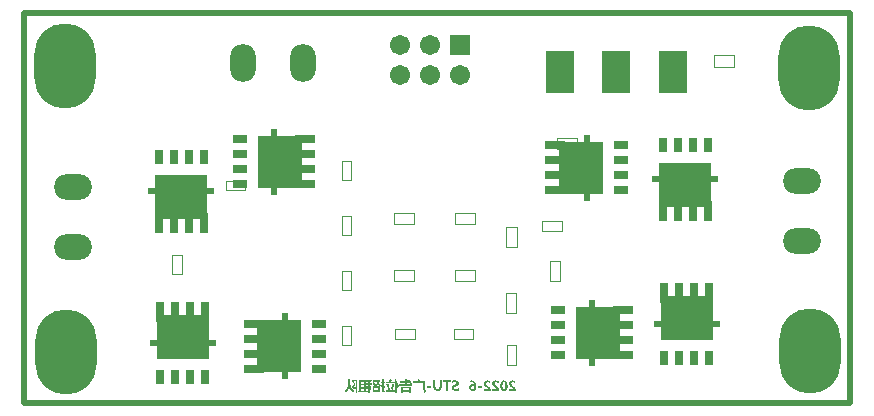
<source format=gbs>
G04*
G04 #@! TF.GenerationSoftware,Altium Limited,Altium Designer,20.0.13 (296)*
G04*
G04 Layer_Color=16711935*
%FSLAX24Y24*%
%MOIN*%
G70*
G01*
G75*
%ADD25C,0.0200*%
%ADD26C,0.0039*%
%ADD47O,0.2049X0.2836*%
%ADD48O,0.0867X0.1261*%
%ADD49R,0.0921X0.1433*%
%ADD50C,0.0671*%
%ADD51R,0.0671X0.0671*%
%ADD52O,0.1261X0.0867*%
%ADD79R,0.0513X0.0257*%
%ADD80R,0.0198X0.2245*%
%ADD81R,0.0710X0.0257*%
%ADD82R,0.1458X0.1753*%
%ADD83R,0.0257X0.0513*%
%ADD84R,0.2245X0.0198*%
%ADD85R,0.0257X0.0710*%
%ADD86R,0.1753X0.1458*%
G36*
X16294Y754D02*
X16304Y754D01*
X16323Y750D01*
X16332Y748D01*
X16340Y745D01*
X16348Y742D01*
X16355Y740D01*
X16362Y737D01*
X16367Y735D01*
X16372Y732D01*
X16377Y730D01*
X16380Y728D01*
X16382Y726D01*
X16384Y726D01*
X16384Y725D01*
Y661D01*
X16377Y668D01*
X16369Y673D01*
X16362Y678D01*
X16354Y682D01*
X16347Y685D01*
X16340Y688D01*
X16327Y692D01*
X16322Y694D01*
X16316Y695D01*
X16312Y696D01*
X16308Y696D01*
X16305Y697D01*
X16300D01*
X16291Y696D01*
X16283Y695D01*
X16277Y692D01*
X16271Y690D01*
X16266Y686D01*
X16262Y682D01*
X16258Y678D01*
X16256Y674D01*
X16254Y670D01*
X16252Y665D01*
X16250Y658D01*
Y655D01*
X16250Y653D01*
Y651D01*
Y651D01*
X16250Y643D01*
X16252Y635D01*
X16254Y628D01*
X16256Y622D01*
X16258Y617D01*
X16261Y613D01*
X16262Y611D01*
X16263Y610D01*
X16268Y603D01*
X16276Y595D01*
X16283Y588D01*
X16291Y581D01*
X16298Y575D01*
X16303Y570D01*
X16306Y568D01*
X16307Y567D01*
X16308Y567D01*
X16309Y566D01*
X16322Y557D01*
X16333Y548D01*
X16342Y540D01*
X16349Y534D01*
X16356Y529D01*
X16359Y524D01*
X16362Y522D01*
X16363Y521D01*
X16369Y514D01*
X16374Y507D01*
X16379Y500D01*
X16383Y493D01*
X16386Y488D01*
X16388Y484D01*
X16389Y481D01*
X16390Y480D01*
X16393Y472D01*
X16396Y463D01*
X16398Y454D01*
X16399Y447D01*
X16399Y441D01*
X16400Y435D01*
Y432D01*
Y431D01*
Y431D01*
Y406D01*
X16171D01*
Y465D01*
X16317D01*
X16317Y469D01*
X16316Y473D01*
X16311Y480D01*
X16310Y483D01*
X16307Y486D01*
X16306Y488D01*
X16306Y488D01*
X16300Y494D01*
X16293Y500D01*
X16285Y507D01*
X16277Y513D01*
X16270Y518D01*
X16264Y523D01*
X16262Y524D01*
X16260Y525D01*
X16259Y527D01*
X16258D01*
X16246Y536D01*
X16235Y544D01*
X16226Y552D01*
X16219Y558D01*
X16214Y563D01*
X16210Y567D01*
X16207Y570D01*
X16206Y570D01*
X16200Y578D01*
X16195Y584D01*
X16191Y591D01*
X16187Y596D01*
X16185Y602D01*
X16183Y606D01*
X16182Y608D01*
X16181Y609D01*
X16179Y618D01*
X16176Y625D01*
X16175Y633D01*
X16174Y640D01*
X16173Y646D01*
X16172Y651D01*
Y655D01*
Y656D01*
X16173Y664D01*
X16174Y672D01*
X16177Y686D01*
X16182Y699D01*
X16187Y709D01*
X16190Y714D01*
X16193Y717D01*
X16195Y721D01*
X16198Y723D01*
X16200Y725D01*
X16201Y727D01*
X16202Y727D01*
X16202Y728D01*
X16208Y732D01*
X16214Y737D01*
X16227Y744D01*
X16241Y748D01*
X16254Y751D01*
X16260Y752D01*
X16266Y754D01*
X16271Y754D01*
X16275D01*
X16278Y755D01*
X16283D01*
X16294Y754D01*
D02*
G37*
G36*
X15735D02*
X15745Y754D01*
X15763Y750D01*
X15772Y748D01*
X15781Y745D01*
X15788Y742D01*
X15796Y740D01*
X15802Y737D01*
X15808Y735D01*
X15813Y732D01*
X15817Y730D01*
X15821Y728D01*
X15823Y726D01*
X15824Y726D01*
X15825Y725D01*
Y661D01*
X15817Y668D01*
X15810Y673D01*
X15802Y678D01*
X15795Y682D01*
X15788Y685D01*
X15781Y688D01*
X15768Y692D01*
X15762Y694D01*
X15757Y695D01*
X15752Y696D01*
X15748Y696D01*
X15745Y697D01*
X15741D01*
X15732Y696D01*
X15724Y695D01*
X15717Y692D01*
X15711Y690D01*
X15707Y686D01*
X15702Y682D01*
X15699Y678D01*
X15696Y674D01*
X15695Y670D01*
X15693Y665D01*
X15691Y658D01*
Y655D01*
X15690Y653D01*
Y651D01*
Y651D01*
X15691Y643D01*
X15692Y635D01*
X15695Y628D01*
X15697Y622D01*
X15699Y617D01*
X15701Y613D01*
X15703Y611D01*
X15703Y610D01*
X15709Y603D01*
X15716Y595D01*
X15723Y588D01*
X15731Y581D01*
X15738Y575D01*
X15744Y570D01*
X15746Y568D01*
X15748Y567D01*
X15749Y567D01*
X15750Y566D01*
X15762Y557D01*
X15773Y548D01*
X15783Y540D01*
X15790Y534D01*
X15796Y529D01*
X15800Y524D01*
X15803Y522D01*
X15803Y521D01*
X15809Y514D01*
X15815Y507D01*
X15819Y500D01*
X15823Y493D01*
X15827Y488D01*
X15829Y484D01*
X15830Y481D01*
X15831Y480D01*
X15834Y472D01*
X15836Y463D01*
X15838Y454D01*
X15839Y447D01*
X15840Y441D01*
X15841Y435D01*
Y432D01*
Y431D01*
Y431D01*
Y406D01*
X15612D01*
Y465D01*
X15758D01*
X15757Y469D01*
X15756Y473D01*
X15752Y480D01*
X15750Y483D01*
X15748Y486D01*
X15747Y488D01*
X15746Y488D01*
X15741Y494D01*
X15733Y500D01*
X15726Y507D01*
X15718Y513D01*
X15711Y518D01*
X15705Y523D01*
X15702Y524D01*
X15701Y525D01*
X15700Y527D01*
X15699D01*
X15686Y536D01*
X15676Y544D01*
X15667Y552D01*
X15660Y558D01*
X15654Y563D01*
X15650Y567D01*
X15647Y570D01*
X15647Y570D01*
X15641Y578D01*
X15636Y584D01*
X15632Y591D01*
X15628Y596D01*
X15625Y602D01*
X15624Y606D01*
X15622Y608D01*
X15622Y609D01*
X15619Y618D01*
X15617Y625D01*
X15615Y633D01*
X15614Y640D01*
X15614Y646D01*
X15613Y651D01*
Y655D01*
Y656D01*
X15614Y664D01*
X15614Y672D01*
X15617Y686D01*
X15622Y699D01*
X15628Y709D01*
X15631Y714D01*
X15634Y717D01*
X15636Y721D01*
X15639Y723D01*
X15640Y725D01*
X15642Y727D01*
X15642Y727D01*
X15643Y728D01*
X15649Y732D01*
X15655Y737D01*
X15668Y744D01*
X15681Y748D01*
X15695Y751D01*
X15701Y752D01*
X15706Y754D01*
X15711Y754D01*
X15716D01*
X15719Y755D01*
X15724D01*
X15735Y754D01*
D02*
G37*
G36*
X15455D02*
X15465Y754D01*
X15484Y750D01*
X15493Y748D01*
X15501Y745D01*
X15509Y742D01*
X15516Y740D01*
X15523Y737D01*
X15528Y735D01*
X15533Y732D01*
X15538Y730D01*
X15541Y728D01*
X15543Y726D01*
X15545Y726D01*
X15545Y725D01*
Y661D01*
X15538Y668D01*
X15530Y673D01*
X15523Y678D01*
X15515Y682D01*
X15508Y685D01*
X15501Y688D01*
X15488Y692D01*
X15483Y694D01*
X15477Y695D01*
X15473Y696D01*
X15469Y696D01*
X15465Y697D01*
X15461D01*
X15452Y696D01*
X15444Y695D01*
X15438Y692D01*
X15432Y690D01*
X15427Y686D01*
X15423Y682D01*
X15419Y678D01*
X15417Y674D01*
X15415Y670D01*
X15413Y665D01*
X15411Y658D01*
Y655D01*
X15410Y653D01*
Y651D01*
Y651D01*
X15411Y643D01*
X15413Y635D01*
X15415Y628D01*
X15417Y622D01*
X15419Y617D01*
X15422Y613D01*
X15423Y611D01*
X15424Y610D01*
X15429Y603D01*
X15437Y595D01*
X15444Y588D01*
X15452Y581D01*
X15459Y575D01*
X15464Y570D01*
X15466Y568D01*
X15468Y567D01*
X15469Y567D01*
X15470Y566D01*
X15483Y557D01*
X15494Y548D01*
X15503Y540D01*
X15510Y534D01*
X15516Y529D01*
X15520Y524D01*
X15523Y522D01*
X15524Y521D01*
X15530Y514D01*
X15535Y507D01*
X15540Y500D01*
X15544Y493D01*
X15547Y488D01*
X15549Y484D01*
X15550Y481D01*
X15551Y480D01*
X15554Y472D01*
X15556Y463D01*
X15559Y454D01*
X15560Y447D01*
X15560Y441D01*
X15561Y435D01*
Y432D01*
Y431D01*
Y431D01*
Y406D01*
X15332D01*
Y465D01*
X15478D01*
X15478Y469D01*
X15476Y473D01*
X15472Y480D01*
X15470Y483D01*
X15468Y486D01*
X15467Y488D01*
X15466Y488D01*
X15461Y494D01*
X15454Y500D01*
X15446Y507D01*
X15438Y513D01*
X15431Y518D01*
X15425Y523D01*
X15423Y524D01*
X15421Y525D01*
X15420Y527D01*
X15419D01*
X15407Y536D01*
X15396Y544D01*
X15387Y552D01*
X15380Y558D01*
X15374Y563D01*
X15370Y567D01*
X15368Y570D01*
X15367Y570D01*
X15361Y578D01*
X15356Y584D01*
X15352Y591D01*
X15348Y596D01*
X15345Y602D01*
X15344Y606D01*
X15343Y608D01*
X15342Y609D01*
X15339Y618D01*
X15337Y625D01*
X15336Y633D01*
X15334Y640D01*
X15334Y646D01*
X15333Y651D01*
Y655D01*
Y656D01*
X15334Y664D01*
X15334Y672D01*
X15338Y686D01*
X15343Y699D01*
X15348Y709D01*
X15351Y714D01*
X15354Y717D01*
X15356Y721D01*
X15359Y723D01*
X15360Y725D01*
X15362Y727D01*
X15363Y727D01*
X15363Y728D01*
X15369Y732D01*
X15375Y737D01*
X15388Y744D01*
X15402Y748D01*
X15415Y751D01*
X15421Y752D01*
X15427Y754D01*
X15432Y754D01*
X15436D01*
X15439Y755D01*
X15444D01*
X15455Y754D01*
D02*
G37*
G36*
X14941D02*
X14954Y752D01*
X14966Y750D01*
X14976Y746D01*
X14987Y742D01*
X14996Y737D01*
X15005Y732D01*
X15013Y727D01*
X15019Y722D01*
X15025Y717D01*
X15030Y712D01*
X15034Y709D01*
X15037Y705D01*
X15040Y702D01*
X15041Y700D01*
X15042Y700D01*
X15049Y689D01*
X15055Y678D01*
X15061Y666D01*
X15065Y655D01*
X15069Y643D01*
X15072Y631D01*
X15075Y620D01*
X15077Y609D01*
X15079Y599D01*
X15080Y589D01*
X15081Y580D01*
X15082Y573D01*
Y567D01*
X15082Y563D01*
Y560D01*
Y559D01*
X15082Y545D01*
X15081Y533D01*
X15080Y520D01*
X15077Y509D01*
X15075Y499D01*
X15072Y489D01*
X15070Y480D01*
X15067Y473D01*
X15064Y465D01*
X15061Y459D01*
X15059Y454D01*
X15056Y450D01*
X15054Y447D01*
X15052Y444D01*
X15052Y443D01*
X15051Y442D01*
X15045Y435D01*
X15039Y428D01*
X15031Y423D01*
X15024Y418D01*
X15016Y414D01*
X15009Y411D01*
X15001Y408D01*
X14994Y406D01*
X14987Y403D01*
X14981Y402D01*
X14975Y401D01*
X14970Y401D01*
X14966D01*
X14963Y400D01*
X14960D01*
X14951Y401D01*
X14942Y402D01*
X14934Y403D01*
X14926Y405D01*
X14918Y408D01*
X14911Y411D01*
X14905Y413D01*
X14899Y417D01*
X14894Y420D01*
X14889Y423D01*
X14885Y426D01*
X14883Y428D01*
X14880Y430D01*
X14878Y432D01*
X14877Y433D01*
X14877Y433D01*
X14870Y440D01*
X14865Y447D01*
X14861Y454D01*
X14857Y461D01*
X14854Y468D01*
X14852Y475D01*
X14847Y489D01*
X14846Y495D01*
X14845Y500D01*
X14844Y506D01*
X14844Y510D01*
X14843Y514D01*
Y517D01*
Y518D01*
Y519D01*
Y528D01*
X14844Y535D01*
X14847Y550D01*
X14852Y564D01*
X14856Y575D01*
X14858Y579D01*
X14860Y584D01*
X14863Y587D01*
X14865Y590D01*
X14867Y593D01*
X14868Y594D01*
X14868Y595D01*
X14869Y595D01*
X14874Y601D01*
X14879Y605D01*
X14884Y609D01*
X14890Y613D01*
X14901Y618D01*
X14912Y621D01*
X14922Y624D01*
X14926Y624D01*
X14930Y625D01*
X14933Y625D01*
X14937D01*
X14946Y625D01*
X14954Y624D01*
X14961Y622D01*
X14969Y619D01*
X14975Y616D01*
X14981Y614D01*
X14986Y610D01*
X14991Y606D01*
X14996Y603D01*
X14999Y600D01*
X15003Y596D01*
X15005Y594D01*
X15007Y591D01*
X15009Y589D01*
X15009Y588D01*
X15010Y588D01*
X15011D01*
X15011Y596D01*
X15010Y605D01*
X15008Y621D01*
X15004Y635D01*
X15001Y641D01*
X14999Y646D01*
X14997Y651D01*
X14995Y656D01*
X14993Y659D01*
X14991Y663D01*
X14990Y665D01*
X14989Y666D01*
X14988Y668D01*
Y668D01*
X14983Y674D01*
X14978Y679D01*
X14973Y682D01*
X14968Y686D01*
X14962Y690D01*
X14957Y692D01*
X14946Y696D01*
X14938Y698D01*
X14934Y699D01*
X14930Y699D01*
X14928Y700D01*
X14924D01*
X14913Y699D01*
X14902Y697D01*
X14893Y695D01*
X14884Y692D01*
X14877Y690D01*
X14872Y687D01*
X14868Y685D01*
X14868Y685D01*
X14867D01*
Y745D01*
X14876Y749D01*
X14886Y751D01*
X14896Y752D01*
X14906Y754D01*
X14915Y754D01*
X14919Y755D01*
X14928D01*
X14941Y754D01*
D02*
G37*
G36*
X15271Y512D02*
X15140D01*
Y562D01*
X15271D01*
Y512D01*
D02*
G37*
G36*
X16010Y754D02*
X16020Y752D01*
X16030Y750D01*
X16040Y747D01*
X16048Y744D01*
X16056Y740D01*
X16063Y735D01*
X16069Y731D01*
X16075Y727D01*
X16080Y722D01*
X16084Y719D01*
X16088Y715D01*
X16090Y712D01*
X16092Y710D01*
X16093Y708D01*
X16094Y707D01*
X16099Y698D01*
X16104Y688D01*
X16109Y677D01*
X16113Y666D01*
X16116Y655D01*
X16119Y644D01*
X16122Y622D01*
X16124Y611D01*
X16125Y602D01*
X16125Y594D01*
X16126Y586D01*
X16126Y580D01*
Y575D01*
Y573D01*
Y571D01*
X16126Y556D01*
X16125Y542D01*
X16124Y528D01*
X16121Y515D01*
X16119Y503D01*
X16115Y492D01*
X16111Y482D01*
X16108Y472D01*
X16103Y464D01*
X16098Y455D01*
X16093Y448D01*
X16088Y442D01*
X16083Y436D01*
X16077Y431D01*
X16071Y426D01*
X16066Y422D01*
X16055Y414D01*
X16044Y409D01*
X16034Y405D01*
X16024Y403D01*
X16016Y401D01*
X16010Y401D01*
X16008Y400D01*
X16005D01*
X15994Y401D01*
X15984Y402D01*
X15974Y404D01*
X15965Y407D01*
X15957Y411D01*
X15949Y415D01*
X15943Y419D01*
X15937Y423D01*
X15931Y428D01*
X15926Y432D01*
X15922Y436D01*
X15919Y439D01*
X15916Y442D01*
X15914Y444D01*
X15913Y446D01*
X15913Y447D01*
X15907Y456D01*
X15902Y465D01*
X15898Y476D01*
X15894Y487D01*
X15891Y498D01*
X15888Y509D01*
X15884Y530D01*
X15883Y540D01*
X15882Y550D01*
X15882Y558D01*
X15881Y565D01*
X15881Y571D01*
Y575D01*
Y578D01*
Y579D01*
X15881Y595D01*
X15882Y610D01*
X15883Y624D01*
X15886Y637D01*
X15888Y649D01*
X15892Y661D01*
X15895Y671D01*
X15899Y681D01*
X15903Y690D01*
X15908Y697D01*
X15913Y705D01*
X15918Y712D01*
X15923Y718D01*
X15929Y724D01*
X15934Y729D01*
X15939Y733D01*
X15950Y740D01*
X15962Y745D01*
X15972Y749D01*
X15980Y752D01*
X15988Y754D01*
X15994Y754D01*
X15996Y755D01*
X15999D01*
X16010Y754D01*
D02*
G37*
G36*
X12267Y775D02*
X12262Y763D01*
X12257Y752D01*
X12253Y742D01*
X12249Y734D01*
X12246Y727D01*
X12244Y722D01*
X12243Y719D01*
X12242Y718D01*
Y717D01*
X12359D01*
Y660D01*
X12074D01*
Y717D01*
X12208D01*
X12173Y726D01*
X12178Y738D01*
X12183Y750D01*
X12188Y761D01*
X12193Y771D01*
X12197Y780D01*
X12198Y783D01*
X12200Y786D01*
X12201Y788D01*
X12202Y790D01*
X12203Y791D01*
Y792D01*
X12267Y775D01*
D02*
G37*
G36*
X11996Y715D02*
X12044D01*
Y659D01*
X11996D01*
Y570D01*
X12047Y559D01*
X12042Y494D01*
X11996Y508D01*
Y430D01*
X11997Y424D01*
X11999Y420D01*
X12001Y417D01*
X12003Y414D01*
X12005Y413D01*
X12007Y412D01*
X12031D01*
X12036Y412D01*
X12043D01*
X12040Y400D01*
X12038Y390D01*
X12036Y380D01*
X12035Y372D01*
X12034Y364D01*
X12033Y359D01*
Y357D01*
X12032Y356D01*
Y355D01*
Y354D01*
X12019Y355D01*
X12007Y356D01*
X11998Y356D01*
X11990Y357D01*
X11984Y357D01*
X11980D01*
X11977Y358D01*
X11976D01*
X11970Y359D01*
X11965Y361D01*
X11960Y363D01*
X11956Y366D01*
X11954Y369D01*
X11951Y371D01*
X11950Y372D01*
X11950Y373D01*
X11946Y378D01*
X11944Y383D01*
X11943Y389D01*
X11941Y395D01*
X11941Y400D01*
X11940Y404D01*
Y407D01*
Y408D01*
Y524D01*
X11898Y536D01*
Y545D01*
X11898Y555D01*
Y564D01*
Y573D01*
Y580D01*
Y586D01*
Y589D01*
Y590D01*
Y591D01*
Y592D01*
X11893Y585D01*
X11888Y579D01*
X11884Y573D01*
X11880Y568D01*
X11877Y564D01*
X11875Y561D01*
X11874Y559D01*
X11873Y559D01*
X11864Y564D01*
X11855Y569D01*
X11839Y581D01*
X11825Y593D01*
X11814Y606D01*
X11804Y619D01*
X11795Y632D01*
X11788Y645D01*
X11783Y658D01*
X11779Y670D01*
X11776Y681D01*
X11773Y691D01*
X11771Y700D01*
X11770Y707D01*
X11769Y712D01*
Y714D01*
Y716D01*
Y716D01*
Y717D01*
X11688D01*
Y709D01*
Y700D01*
X11688Y692D01*
Y686D01*
Y680D01*
X11689Y676D01*
Y673D01*
Y672D01*
X11689Y664D01*
X11691Y658D01*
X11693Y652D01*
X11694Y649D01*
X11696Y646D01*
X11697Y644D01*
X11698Y642D01*
X11699Y642D01*
X11702Y639D01*
X11706Y637D01*
X11714Y635D01*
X11717Y635D01*
X11720Y634D01*
X11742D01*
X11752Y635D01*
X11768D01*
X11774Y635D01*
X11780D01*
X11776Y623D01*
X11773Y611D01*
X11770Y601D01*
X11768Y593D01*
X11766Y586D01*
X11765Y581D01*
X11764Y578D01*
Y576D01*
X11753D01*
X11742Y577D01*
X11733D01*
X11724Y578D01*
X11717D01*
X11711Y578D01*
X11705D01*
X11700Y579D01*
X11696D01*
X11692Y579D01*
X11687D01*
X11685Y580D01*
X11683D01*
X11676Y581D01*
X11671Y583D01*
X11666Y585D01*
X11661Y586D01*
X11658Y588D01*
X11656Y590D01*
X11654Y590D01*
X11653Y591D01*
X11650Y594D01*
X11646Y598D01*
X11643Y601D01*
X11641Y605D01*
X11638Y608D01*
X11637Y611D01*
X11636Y613D01*
Y613D01*
X11635Y616D01*
X11634Y620D01*
X11633Y624D01*
X11632Y629D01*
X11631Y640D01*
X11630Y651D01*
X11628Y662D01*
X11628Y666D01*
Y671D01*
Y674D01*
X11627Y677D01*
Y679D01*
Y679D01*
X11626Y698D01*
X11625Y716D01*
X11625Y732D01*
X11624Y739D01*
Y746D01*
X11623Y752D01*
Y757D01*
Y762D01*
X11623Y766D01*
Y768D01*
Y771D01*
Y772D01*
Y773D01*
X11887Y773D01*
Y717D01*
X11831D01*
X11832Y704D01*
X11834Y691D01*
X11838Y680D01*
X11843Y669D01*
X11849Y659D01*
X11856Y650D01*
X11863Y642D01*
X11870Y635D01*
X11878Y629D01*
X11885Y623D01*
X11892Y618D01*
X11898Y614D01*
X11903Y611D01*
X11907Y609D01*
X11909Y608D01*
X11910Y608D01*
X11900Y595D01*
X11914Y591D01*
X11921Y589D01*
X11927Y588D01*
X11933Y586D01*
X11936Y585D01*
X11939Y584D01*
X11940D01*
Y659D01*
X11894D01*
Y715D01*
X11940D01*
Y790D01*
X11996D01*
Y715D01*
D02*
G37*
G36*
X12757Y735D02*
X12829D01*
X12824Y747D01*
X12822Y753D01*
X12819Y758D01*
X12818Y763D01*
X12816Y766D01*
X12816Y769D01*
X12815Y770D01*
X12874Y785D01*
X12884Y760D01*
X12889Y747D01*
X12894Y736D01*
X12900Y725D01*
X12905Y714D01*
X12911Y704D01*
X12916Y695D01*
X12922Y687D01*
X12926Y680D01*
X12930Y674D01*
X12934Y668D01*
X12937Y664D01*
X12939Y661D01*
X12941Y659D01*
X12942Y658D01*
X12933Y654D01*
X12925Y649D01*
X12918Y645D01*
X12911Y641D01*
X12905Y637D01*
X12901Y635D01*
X12899Y633D01*
X12898Y632D01*
X12949D01*
Y579D01*
X12515D01*
Y632D01*
X12693D01*
Y681D01*
X12540D01*
Y735D01*
X12693D01*
Y791D01*
X12757D01*
Y735D01*
D02*
G37*
G36*
X11462Y775D02*
X11477Y772D01*
X11492Y770D01*
X11506Y768D01*
X11520Y767D01*
X11532Y766D01*
X11543Y765D01*
X11554Y763D01*
X11563Y762D01*
X11571Y762D01*
X11577Y761D01*
X11583D01*
X11587Y761D01*
X11590D01*
X11588Y752D01*
X11586Y742D01*
X11585Y732D01*
X11584Y724D01*
X11583Y716D01*
X11582Y710D01*
X11582Y707D01*
Y706D01*
Y705D01*
Y704D01*
X11572Y705D01*
X11562Y705D01*
X11553Y706D01*
X11545Y707D01*
X11539Y707D01*
X11533D01*
X11530Y708D01*
X11529D01*
Y660D01*
X11590D01*
Y607D01*
X11540D01*
X11549Y585D01*
X11558Y565D01*
X11562Y555D01*
X11566Y547D01*
X11571Y539D01*
X11575Y531D01*
X11578Y525D01*
X11582Y519D01*
X11585Y514D01*
X11587Y509D01*
X11590Y506D01*
X11591Y504D01*
X11592Y502D01*
X11592Y502D01*
X11587Y487D01*
X11583Y473D01*
X11580Y461D01*
X11577Y449D01*
X11575Y440D01*
X11573Y436D01*
X11573Y433D01*
X11572Y430D01*
Y428D01*
X11571Y427D01*
Y427D01*
X11562Y444D01*
X11554Y461D01*
X11547Y477D01*
X11541Y492D01*
X11538Y498D01*
X11536Y504D01*
X11534Y509D01*
X11532Y514D01*
X11530Y517D01*
X11529Y520D01*
X11529Y521D01*
Y352D01*
X11473D01*
Y520D01*
X11461Y506D01*
X11455Y499D01*
X11450Y493D01*
X11445Y488D01*
X11442Y484D01*
X11440Y481D01*
X11439Y480D01*
X11402Y516D01*
Y419D01*
X11441D01*
Y363D01*
X11151D01*
Y419D01*
X11178D01*
Y769D01*
X11402D01*
Y520D01*
X11414Y532D01*
X11425Y542D01*
X11434Y550D01*
X11443Y558D01*
X11449Y563D01*
X11454Y567D01*
X11456Y570D01*
X11457Y570D01*
X11473Y555D01*
Y607D01*
X11415D01*
Y660D01*
X11473D01*
Y715D01*
X11462Y716D01*
X11452Y718D01*
X11443Y719D01*
X11434Y721D01*
X11427Y722D01*
X11421Y723D01*
X11419Y724D01*
X11418Y724D01*
X11416D01*
X11430Y780D01*
X11462Y775D01*
D02*
G37*
G36*
X13579Y519D02*
X13448D01*
Y569D01*
X13579D01*
Y519D01*
D02*
G37*
G36*
X12418Y763D02*
X12427Y740D01*
X12435Y719D01*
X12444Y698D01*
X12451Y679D01*
X12459Y662D01*
X12466Y646D01*
X12473Y632D01*
X12479Y619D01*
X12484Y609D01*
X12489Y599D01*
X12493Y591D01*
X12496Y585D01*
X12499Y581D01*
X12500Y579D01*
X12501Y578D01*
X12496Y561D01*
X12493Y547D01*
X12489Y534D01*
X12486Y523D01*
X12485Y518D01*
X12484Y514D01*
X12483Y510D01*
X12483Y507D01*
X12482Y505D01*
Y503D01*
X12481Y502D01*
Y502D01*
X12469Y521D01*
X12463Y531D01*
X12458Y540D01*
X12454Y547D01*
X12450Y553D01*
X12449Y555D01*
X12448Y557D01*
X12448Y558D01*
Y352D01*
X12388D01*
Y681D01*
X12382Y697D01*
X12375Y713D01*
X12369Y728D01*
X12364Y742D01*
X12362Y748D01*
X12359Y753D01*
X12358Y758D01*
X12356Y763D01*
X12355Y766D01*
X12354Y768D01*
X12353Y770D01*
Y771D01*
X12410Y788D01*
X12418Y763D01*
D02*
G37*
G36*
X13929Y556D02*
X13928Y543D01*
X13927Y530D01*
X13926Y518D01*
X13923Y507D01*
X13920Y497D01*
X13916Y487D01*
X13912Y478D01*
X13907Y470D01*
X13902Y463D01*
X13897Y455D01*
X13891Y449D01*
X13885Y443D01*
X13873Y434D01*
X13860Y426D01*
X13847Y419D01*
X13835Y415D01*
X13823Y412D01*
X13813Y409D01*
X13804Y408D01*
X13800Y408D01*
X13797D01*
X13795Y407D01*
X13791D01*
X13779Y408D01*
X13766Y409D01*
X13755Y411D01*
X13744Y414D01*
X13734Y417D01*
X13725Y422D01*
X13717Y426D01*
X13709Y431D01*
X13701Y437D01*
X13695Y443D01*
X13689Y449D01*
X13684Y455D01*
X13674Y469D01*
X13666Y484D01*
X13660Y498D01*
X13656Y512D01*
X13653Y525D01*
X13651Y536D01*
X13650Y541D01*
X13650Y546D01*
X13649Y550D01*
X13649Y554D01*
Y556D01*
Y559D01*
Y560D01*
Y560D01*
Y756D01*
X13722D01*
Y553D01*
X13722Y538D01*
X13725Y525D01*
X13728Y514D01*
X13732Y505D01*
X13737Y497D01*
X13743Y490D01*
X13749Y485D01*
X13755Y480D01*
X13761Y477D01*
X13767Y474D01*
X13772Y473D01*
X13777Y471D01*
X13782Y470D01*
X13785Y470D01*
X13788D01*
X13800Y471D01*
X13810Y474D01*
X13820Y478D01*
X13827Y483D01*
X13833Y490D01*
X13839Y497D01*
X13843Y505D01*
X13847Y513D01*
X13850Y521D01*
X13852Y529D01*
X13853Y536D01*
X13855Y543D01*
X13855Y548D01*
X13856Y552D01*
Y555D01*
Y556D01*
Y756D01*
X13929D01*
Y556D01*
D02*
G37*
G36*
X12344Y623D02*
X12340Y611D01*
X12335Y598D01*
X12331Y584D01*
X12326Y569D01*
X12317Y541D01*
X12313Y527D01*
X12308Y514D01*
X12304Y501D01*
X12301Y489D01*
X12298Y479D01*
X12295Y470D01*
X12293Y463D01*
X12291Y457D01*
X12291Y455D01*
Y453D01*
X12290Y453D01*
Y452D01*
X12229Y472D01*
X12237Y494D01*
X12244Y515D01*
X12250Y534D01*
X12256Y551D01*
X12262Y566D01*
X12267Y580D01*
X12271Y593D01*
X12274Y603D01*
X12278Y613D01*
X12281Y621D01*
X12283Y627D01*
X12285Y632D01*
X12287Y636D01*
X12288Y639D01*
X12288Y641D01*
Y641D01*
X12344Y623D01*
D02*
G37*
G36*
X14242Y696D02*
X14144D01*
Y413D01*
X14071D01*
Y696D01*
X13973D01*
Y756D01*
X14242D01*
Y696D01*
D02*
G37*
G36*
X14378Y761D02*
X14388Y761D01*
X14398Y760D01*
X14407Y758D01*
X14416Y756D01*
X14423Y753D01*
X14431Y751D01*
X14437Y748D01*
X14443Y746D01*
X14448Y743D01*
X14453Y741D01*
X14457Y740D01*
X14459Y737D01*
X14462Y736D01*
X14463Y736D01*
X14463Y735D01*
X14470Y730D01*
X14476Y724D01*
X14481Y719D01*
X14484Y712D01*
X14488Y706D01*
X14491Y700D01*
X14496Y688D01*
X14498Y677D01*
X14499Y672D01*
X14499Y669D01*
X14500Y665D01*
Y663D01*
Y661D01*
Y661D01*
X14499Y649D01*
X14497Y637D01*
X14493Y627D01*
X14487Y618D01*
X14481Y609D01*
X14474Y601D01*
X14467Y593D01*
X14459Y586D01*
X14452Y581D01*
X14445Y576D01*
X14438Y571D01*
X14432Y568D01*
X14427Y565D01*
X14423Y563D01*
X14421Y562D01*
X14420Y561D01*
X14410Y558D01*
X14402Y554D01*
X14395Y550D01*
X14388Y547D01*
X14382Y544D01*
X14377Y541D01*
X14372Y539D01*
X14368Y536D01*
X14365Y535D01*
X14363Y533D01*
X14359Y530D01*
X14357Y528D01*
X14356Y528D01*
X14352Y523D01*
X14349Y518D01*
X14347Y514D01*
X14346Y510D01*
X14345Y507D01*
X14344Y504D01*
Y502D01*
Y502D01*
X14345Y496D01*
X14346Y490D01*
X14349Y486D01*
X14352Y482D01*
X14355Y479D01*
X14357Y477D01*
X14359Y475D01*
X14360Y475D01*
X14366Y472D01*
X14373Y469D01*
X14380Y467D01*
X14388Y465D01*
X14394Y465D01*
X14400Y464D01*
X14405D01*
X14415Y465D01*
X14424Y466D01*
X14433Y468D01*
X14441Y470D01*
X14457Y475D01*
X14464Y478D01*
X14471Y482D01*
X14477Y485D01*
X14483Y488D01*
X14487Y491D01*
X14491Y493D01*
X14494Y495D01*
X14497Y497D01*
X14498Y498D01*
X14498Y499D01*
Y425D01*
X14483Y419D01*
X14467Y415D01*
X14451Y412D01*
X14436Y409D01*
X14429Y409D01*
X14422Y408D01*
X14417Y408D01*
X14412D01*
X14407Y407D01*
X14402D01*
X14390Y408D01*
X14379Y408D01*
X14368Y409D01*
X14359Y411D01*
X14350Y413D01*
X14342Y415D01*
X14335Y418D01*
X14328Y420D01*
X14322Y422D01*
X14317Y424D01*
X14312Y427D01*
X14309Y429D01*
X14306Y430D01*
X14304Y432D01*
X14303Y433D01*
X14302D01*
X14296Y438D01*
X14291Y443D01*
X14286Y449D01*
X14282Y455D01*
X14279Y462D01*
X14276Y468D01*
X14272Y480D01*
X14269Y490D01*
X14269Y495D01*
X14268Y499D01*
X14267Y503D01*
Y505D01*
Y507D01*
Y508D01*
X14268Y520D01*
X14270Y531D01*
X14274Y541D01*
X14277Y549D01*
X14281Y556D01*
X14284Y561D01*
X14286Y565D01*
X14287Y566D01*
X14291Y570D01*
X14295Y575D01*
X14306Y584D01*
X14317Y591D01*
X14329Y598D01*
X14340Y604D01*
X14345Y606D01*
X14348Y608D01*
X14352Y610D01*
X14355Y611D01*
X14356Y612D01*
X14357D01*
X14365Y615D01*
X14372Y619D01*
X14378Y622D01*
X14384Y625D01*
X14389Y627D01*
X14393Y630D01*
X14397Y632D01*
X14401Y635D01*
X14406Y638D01*
X14410Y640D01*
X14411Y642D01*
X14412Y642D01*
X14416Y647D01*
X14418Y651D01*
X14420Y655D01*
X14421Y659D01*
X14422Y662D01*
X14423Y665D01*
Y666D01*
Y667D01*
X14422Y673D01*
X14420Y678D01*
X14418Y682D01*
X14415Y686D01*
X14412Y690D01*
X14409Y692D01*
X14407Y693D01*
X14407Y694D01*
X14400Y697D01*
X14393Y699D01*
X14386Y701D01*
X14379Y702D01*
X14373Y703D01*
X14368Y704D01*
X14355D01*
X14347Y702D01*
X14331Y700D01*
X14317Y696D01*
X14305Y692D01*
X14300Y690D01*
X14296Y687D01*
X14292Y685D01*
X14289Y684D01*
X14286Y682D01*
X14284Y681D01*
X14283Y680D01*
X14282Y680D01*
Y748D01*
X14296Y753D01*
X14310Y756D01*
X14324Y758D01*
X14337Y760D01*
X14343Y761D01*
X14349Y761D01*
X14354D01*
X14358Y762D01*
X14367D01*
X14378Y761D01*
D02*
G37*
G36*
X12167Y603D02*
X12172Y582D01*
X12178Y563D01*
X12183Y544D01*
X12188Y526D01*
X12193Y509D01*
X12198Y494D01*
X12202Y480D01*
X12207Y467D01*
X12210Y456D01*
X12213Y447D01*
X12216Y439D01*
X12218Y433D01*
X12218Y432D01*
X12219Y430D01*
X12220Y429D01*
Y429D01*
X12369D01*
Y372D01*
X12059D01*
Y429D01*
X12156D01*
X12151Y444D01*
X12146Y459D01*
X12141Y472D01*
X12137Y485D01*
X12132Y498D01*
X12128Y509D01*
X12125Y520D01*
X12121Y530D01*
X12118Y539D01*
X12115Y548D01*
X12112Y556D01*
X12109Y564D01*
X12107Y571D01*
X12105Y578D01*
X12100Y589D01*
X12097Y599D01*
X12094Y607D01*
X12092Y613D01*
X12091Y618D01*
X12089Y621D01*
X12089Y623D01*
X12088Y624D01*
Y625D01*
X12157Y644D01*
X12167Y603D01*
D02*
G37*
G36*
X10879Y758D02*
Y732D01*
X10880Y707D01*
X10881Y685D01*
X10883Y664D01*
X10884Y645D01*
X10886Y627D01*
X10889Y611D01*
X10890Y598D01*
X10892Y585D01*
X10895Y574D01*
X10896Y565D01*
X10899Y558D01*
X10900Y552D01*
X10901Y548D01*
X10902Y545D01*
Y545D01*
X10907Y532D01*
X10913Y519D01*
X10920Y507D01*
X10928Y495D01*
X10936Y484D01*
X10945Y474D01*
X10954Y463D01*
X10963Y454D01*
X10972Y445D01*
X10980Y438D01*
X10988Y431D01*
X10995Y425D01*
X11000Y421D01*
X11004Y418D01*
X11007Y415D01*
X11008Y415D01*
X10999Y404D01*
X10991Y393D01*
X10984Y383D01*
X10978Y374D01*
X10973Y367D01*
X10969Y361D01*
X10968Y359D01*
X10967Y357D01*
X10966Y357D01*
Y356D01*
X10948Y374D01*
X10931Y392D01*
X10916Y409D01*
X10904Y427D01*
X10892Y443D01*
X10882Y460D01*
X10873Y475D01*
X10866Y489D01*
X10860Y503D01*
X10855Y515D01*
X10851Y525D01*
X10848Y534D01*
X10846Y541D01*
X10845Y547D01*
X10844Y550D01*
Y551D01*
X10839Y532D01*
X10833Y514D01*
X10826Y495D01*
X10819Y478D01*
X10810Y461D01*
X10801Y445D01*
X10793Y430D01*
X10784Y417D01*
X10775Y404D01*
X10767Y393D01*
X10759Y383D01*
X10753Y374D01*
X10747Y368D01*
X10743Y363D01*
X10740Y360D01*
X10739Y359D01*
X10730Y374D01*
X10721Y387D01*
X10714Y398D01*
X10707Y407D01*
X10702Y414D01*
X10698Y419D01*
X10695Y423D01*
X10695Y424D01*
X10704Y430D01*
X10713Y437D01*
X10721Y444D01*
X10729Y452D01*
X10736Y459D01*
X10742Y467D01*
X10748Y474D01*
X10753Y480D01*
X10758Y487D01*
X10762Y493D01*
X10766Y498D01*
X10769Y503D01*
X10771Y507D01*
X10773Y509D01*
X10773Y511D01*
X10774Y512D01*
X10779Y522D01*
X10783Y534D01*
X10788Y546D01*
X10792Y559D01*
X10799Y586D01*
X10803Y599D01*
X10806Y611D01*
X10809Y624D01*
X10811Y635D01*
X10813Y645D01*
X10815Y654D01*
X10816Y661D01*
X10817Y667D01*
Y669D01*
X10818Y670D01*
Y671D01*
Y671D01*
X10816Y690D01*
X10816Y709D01*
X10815Y729D01*
X10815Y747D01*
Y755D01*
Y763D01*
X10814Y770D01*
Y775D01*
Y780D01*
Y784D01*
Y786D01*
Y787D01*
X10879D01*
Y758D01*
D02*
G37*
G36*
X11876Y354D02*
X11817D01*
Y378D01*
X11689D01*
Y354D01*
X11630Y354D01*
Y557D01*
X11876Y557D01*
Y354D01*
D02*
G37*
G36*
X12900Y353D02*
X12839D01*
Y377D01*
X12624D01*
Y353D01*
X12564D01*
Y548D01*
X12900D01*
Y353D01*
D02*
G37*
G36*
X11120Y351D02*
X11062D01*
Y513D01*
X11058Y502D01*
X11054Y491D01*
X11051Y482D01*
X11048Y474D01*
X11047Y468D01*
X11045Y464D01*
X11044Y461D01*
Y460D01*
X11029Y461D01*
X11016Y463D01*
X11004Y465D01*
X10995Y468D01*
X10987Y471D01*
X10981Y474D01*
X10979Y475D01*
X10977Y475D01*
X10977Y476D01*
X10976D01*
X10972Y479D01*
X10967Y483D01*
X10961Y491D01*
X10956Y499D01*
X10953Y508D01*
X10951Y516D01*
X10950Y523D01*
X10950Y525D01*
Y527D01*
Y528D01*
Y529D01*
X10950Y538D01*
X10951Y546D01*
X10954Y555D01*
X10956Y563D01*
X10962Y578D01*
X10970Y592D01*
X10974Y598D01*
X10977Y604D01*
X10980Y608D01*
X10984Y612D01*
X10986Y615D01*
X10988Y618D01*
X10989Y619D01*
X10990Y620D01*
X10951Y729D01*
Y772D01*
X11120D01*
Y351D01*
D02*
G37*
G36*
X13215Y777D02*
X13209Y763D01*
X13206Y756D01*
X13204Y750D01*
X13202Y745D01*
X13200Y741D01*
X13200Y738D01*
X13199Y737D01*
X13361D01*
Y597D01*
Y572D01*
X13362Y548D01*
X13364Y527D01*
X13367Y507D01*
X13371Y489D01*
X13374Y473D01*
X13379Y458D01*
X13383Y444D01*
X13388Y433D01*
X13392Y423D01*
X13396Y415D01*
X13400Y408D01*
X13403Y403D01*
X13406Y399D01*
X13407Y397D01*
X13408Y397D01*
X13399Y389D01*
X13391Y382D01*
X13384Y376D01*
X13378Y371D01*
X13373Y366D01*
X13369Y362D01*
X13366Y359D01*
X13363Y357D01*
X13361Y354D01*
X13359Y353D01*
X13358Y351D01*
X13357Y350D01*
X13346Y366D01*
X13337Y383D01*
X13329Y402D01*
X13323Y421D01*
X13317Y441D01*
X13312Y461D01*
X13308Y480D01*
X13305Y500D01*
X13303Y518D01*
X13301Y535D01*
X13300Y550D01*
X13299Y556D01*
Y563D01*
X13298Y569D01*
Y574D01*
X13298Y579D01*
Y582D01*
Y585D01*
Y588D01*
Y589D01*
Y589D01*
Y679D01*
X12973D01*
Y737D01*
X13124D01*
X13127Y748D01*
X13131Y758D01*
X13135Y767D01*
X13137Y775D01*
X13140Y782D01*
X13142Y788D01*
X13143Y790D01*
X13144Y791D01*
X13144Y792D01*
Y792D01*
X13215Y777D01*
D02*
G37*
%LPC*%
G36*
X14964Y572D02*
X14961D01*
X14953Y571D01*
X14945Y570D01*
X14939Y567D01*
X14933Y563D01*
X14929Y559D01*
X14925Y554D01*
X14921Y549D01*
X14919Y543D01*
X14917Y538D01*
X14916Y533D01*
X14915Y528D01*
X14914Y523D01*
Y520D01*
X14913Y517D01*
Y515D01*
Y514D01*
X14914Y505D01*
X14915Y497D01*
X14917Y489D01*
X14919Y483D01*
X14922Y478D01*
X14924Y474D01*
X14925Y472D01*
X14926Y471D01*
X14931Y465D01*
X14936Y462D01*
X14943Y458D01*
X14948Y457D01*
X14953Y455D01*
X14957Y455D01*
X14959Y454D01*
X14960D01*
X14968Y455D01*
X14975Y457D01*
X14981Y460D01*
X14986Y464D01*
X14990Y467D01*
X14993Y470D01*
X14995Y472D01*
X14995Y473D01*
X15000Y480D01*
X15003Y488D01*
X15005Y495D01*
X15007Y503D01*
X15008Y509D01*
X15009Y514D01*
Y517D01*
Y518D01*
Y518D01*
X15008Y527D01*
X15006Y534D01*
X15005Y540D01*
X15002Y546D01*
X15000Y550D01*
X14998Y554D01*
X14996Y556D01*
X14996Y557D01*
X14990Y562D01*
X14985Y565D01*
X14979Y568D01*
X14973Y570D01*
X14969Y571D01*
X14964Y572D01*
D02*
G37*
G36*
X16004Y700D02*
X16002D01*
X15998Y699D01*
X15993Y699D01*
X15989Y697D01*
X15986Y694D01*
X15979Y689D01*
X15974Y680D01*
X15969Y671D01*
X15965Y661D01*
X15962Y650D01*
X15959Y638D01*
X15957Y626D01*
X15956Y615D01*
X15955Y605D01*
X15954Y596D01*
Y588D01*
X15953Y582D01*
Y580D01*
Y578D01*
Y577D01*
Y576D01*
Y565D01*
X15954Y555D01*
X15954Y545D01*
X15955Y536D01*
X15957Y528D01*
X15958Y520D01*
X15959Y513D01*
X15961Y506D01*
X15965Y494D01*
X15969Y484D01*
X15974Y476D01*
X15978Y470D01*
X15983Y464D01*
X15987Y461D01*
X15992Y458D01*
X15995Y456D01*
X15999Y455D01*
X16001Y454D01*
X16003D01*
X16008Y455D01*
X16012Y455D01*
X16016Y457D01*
X16020Y459D01*
X16027Y465D01*
X16033Y473D01*
X16038Y482D01*
X16042Y492D01*
X16045Y503D01*
X16048Y514D01*
X16050Y525D01*
X16051Y535D01*
X16053Y545D01*
X16054Y555D01*
Y562D01*
X16054Y568D01*
Y570D01*
Y572D01*
Y573D01*
Y573D01*
Y585D01*
X16054Y595D01*
X16053Y605D01*
X16052Y615D01*
X16051Y624D01*
X16049Y632D01*
X16048Y639D01*
X16046Y646D01*
X16044Y653D01*
X16042Y659D01*
X16038Y669D01*
X16033Y677D01*
X16028Y684D01*
X16023Y689D01*
X16019Y693D01*
X16014Y696D01*
X16010Y697D01*
X16007Y699D01*
X16004Y700D01*
D02*
G37*
G36*
X12854Y681D02*
X12757D01*
Y632D01*
X12885D01*
X12874Y649D01*
X12868Y657D01*
X12864Y665D01*
X12860Y671D01*
X12857Y677D01*
X12855Y680D01*
X12854Y681D01*
Y681D01*
D02*
G37*
G36*
X11343Y714D02*
X11237D01*
Y651D01*
X11343D01*
Y714D01*
D02*
G37*
G36*
Y598D02*
X11237D01*
Y536D01*
X11343D01*
Y598D01*
D02*
G37*
G36*
Y483D02*
X11237D01*
Y419D01*
X11343D01*
Y483D01*
D02*
G37*
G36*
X11817Y504D02*
X11689D01*
Y430D01*
X11817D01*
Y504D01*
D02*
G37*
G36*
X12839Y493D02*
X12624D01*
Y431D01*
X12839D01*
Y493D01*
D02*
G37*
G36*
X11062Y720D02*
X11013D01*
X11020Y699D01*
X11026Y679D01*
X11030Y670D01*
X11032Y661D01*
X11035Y653D01*
X11037Y645D01*
X11040Y639D01*
X11042Y632D01*
X11043Y627D01*
X11045Y622D01*
X11046Y619D01*
X11047Y616D01*
X11048Y614D01*
Y614D01*
X11041Y606D01*
X11035Y598D01*
X11030Y591D01*
X11025Y584D01*
X11021Y577D01*
X11018Y571D01*
X11015Y565D01*
X11013Y559D01*
X11011Y554D01*
X11010Y550D01*
X11009Y546D01*
X11008Y543D01*
X11008Y540D01*
Y539D01*
Y538D01*
Y537D01*
X11009Y531D01*
X11011Y527D01*
X11015Y524D01*
X11019Y521D01*
X11023Y520D01*
X11027Y520D01*
X11029Y519D01*
X11041D01*
X11046Y520D01*
X11056D01*
X11059Y520D01*
X11062D01*
Y720D01*
D02*
G37*
%LPD*%
D25*
X27550Y0D02*
Y13000D01*
X0D02*
X27550D01*
X0Y0D02*
Y13000D01*
Y0D02*
X100D01*
X0D02*
X200D01*
X0D02*
X27550D01*
D26*
X10910Y1935D02*
Y2575D01*
X10590Y1935D02*
Y2575D01*
X10910D01*
X10590Y1935D02*
X10910D01*
Y7435D02*
Y8075D01*
X10590Y7435D02*
Y8075D01*
X10910D01*
X10590Y7435D02*
X10910D01*
Y3768D02*
Y4408D01*
X10590Y3768D02*
Y4408D01*
X10910D01*
X10590Y3768D02*
X10910D01*
X6735Y7090D02*
X7375D01*
X6735Y7410D02*
X7375D01*
Y7090D02*
Y7410D01*
X6735Y7090D02*
Y7410D01*
X10910Y5602D02*
Y6241D01*
X10590Y5602D02*
Y6241D01*
X10910D01*
X10590Y5602D02*
X10910D01*
X14365Y5963D02*
X15035D01*
X14365Y6337D02*
X15035D01*
Y5963D02*
Y6337D01*
X14365Y5963D02*
Y6337D01*
X12324Y5958D02*
X12994D01*
X12324Y6332D02*
X12994D01*
Y5958D02*
Y6332D01*
X12324Y5958D02*
Y6332D01*
Y4061D02*
X12994D01*
X12324Y4435D02*
X12994D01*
Y4061D02*
Y4435D01*
X12324Y4061D02*
Y4435D01*
X14365Y4066D02*
X15035D01*
X14365Y4440D02*
X15035D01*
Y4066D02*
Y4440D01*
X14365Y4066D02*
Y4440D01*
X5260Y4300D02*
Y4940D01*
X4940Y4300D02*
Y4940D01*
X5260D01*
X4940Y4300D02*
X5260D01*
X17765Y8837D02*
X18435D01*
X17765Y8463D02*
X18435D01*
X17765D02*
Y8837D01*
X18435Y8463D02*
Y8837D01*
X16437Y5215D02*
Y5885D01*
X16063Y5215D02*
Y5885D01*
X16437D01*
X16063Y5215D02*
X16437D01*
X23015Y11213D02*
X23685D01*
X23015Y11587D02*
X23685D01*
Y11213D02*
Y11587D01*
X23015Y11213D02*
Y11587D01*
X17860Y4085D02*
Y4725D01*
X17540Y4085D02*
Y4725D01*
X17860D01*
X17540Y4085D02*
X17860D01*
X16410Y1285D02*
Y1925D01*
X16090Y1285D02*
Y1925D01*
X16410D01*
X16090Y1285D02*
X16410D01*
X14325Y2460D02*
X14965D01*
X14325Y2140D02*
X14965D01*
X14325D02*
Y2460D01*
X14965Y2140D02*
Y2460D01*
X16406Y3014D02*
Y3654D01*
X16086Y3014D02*
Y3654D01*
X16406D01*
X16086Y3014D02*
X16406D01*
X17285Y5740D02*
X17925D01*
X17285Y6060D02*
X17925D01*
Y5740D02*
Y6060D01*
X17285Y5740D02*
Y6060D01*
X12385Y2140D02*
X13025D01*
X12385Y2460D02*
X13025D01*
Y2140D02*
Y2460D01*
X12385Y2140D02*
Y2460D01*
D47*
X26200Y1750D02*
D03*
X26178Y11178D02*
D03*
X1372Y11222D02*
D03*
X1400Y1700D02*
D03*
D48*
X9300Y11350D02*
D03*
X7300D02*
D03*
D49*
X17860Y11031D02*
D03*
X19750D02*
D03*
X21640D02*
D03*
D50*
X12550Y10931D02*
D03*
Y11931D02*
D03*
X13550Y10931D02*
D03*
Y11931D02*
D03*
X14550Y10931D02*
D03*
D51*
Y11931D02*
D03*
D52*
X25950Y7400D02*
D03*
Y5400D02*
D03*
X1650Y5200D02*
D03*
Y7200D02*
D03*
D79*
X17800Y3100D02*
D03*
Y2600D02*
D03*
Y2100D02*
D03*
Y1600D02*
D03*
X19900Y7100D02*
D03*
Y7600D02*
D03*
Y8100D02*
D03*
Y8600D02*
D03*
X7200Y8800D02*
D03*
Y8300D02*
D03*
Y7800D02*
D03*
Y7300D02*
D03*
X9842Y1150D02*
D03*
Y1650D02*
D03*
Y2150D02*
D03*
Y2650D02*
D03*
D80*
X18942Y2350D02*
D03*
X18758Y7850D02*
D03*
X8342Y8050D02*
D03*
X8700Y1900D02*
D03*
D81*
X19985Y3100D02*
D03*
Y2600D02*
D03*
Y2100D02*
D03*
Y1600D02*
D03*
X17715Y7100D02*
D03*
Y7600D02*
D03*
Y8100D02*
D03*
Y8600D02*
D03*
X9385Y8800D02*
D03*
Y8300D02*
D03*
Y7800D02*
D03*
Y7300D02*
D03*
X7657Y1150D02*
D03*
Y1650D02*
D03*
Y2150D02*
D03*
Y2650D02*
D03*
D82*
X19139Y2350D02*
D03*
X18561Y7850D02*
D03*
X8539Y8050D02*
D03*
X8503Y1900D02*
D03*
D83*
X22800Y8600D02*
D03*
X22300D02*
D03*
X21800D02*
D03*
X21300D02*
D03*
X21350Y1500D02*
D03*
X21850D02*
D03*
X22350D02*
D03*
X22850D02*
D03*
X6000Y8200D02*
D03*
X5500D02*
D03*
X5000D02*
D03*
X4500D02*
D03*
X4550Y861D02*
D03*
X5050D02*
D03*
X5550D02*
D03*
X6050D02*
D03*
D84*
X22050Y7458D02*
D03*
X22100Y2642D02*
D03*
X5250Y7058D02*
D03*
X5300Y2003D02*
D03*
D85*
X22800Y6415D02*
D03*
X22300D02*
D03*
X21800D02*
D03*
X21300D02*
D03*
X21350Y3685D02*
D03*
X21850D02*
D03*
X22350D02*
D03*
X22850D02*
D03*
X6000Y6015D02*
D03*
X5500D02*
D03*
X5000D02*
D03*
X4500D02*
D03*
X4550Y3046D02*
D03*
X5050D02*
D03*
X5550D02*
D03*
X6050D02*
D03*
D86*
X22050Y7261D02*
D03*
X22100Y2839D02*
D03*
X5250Y6861D02*
D03*
X5300Y2200D02*
D03*
M02*

</source>
